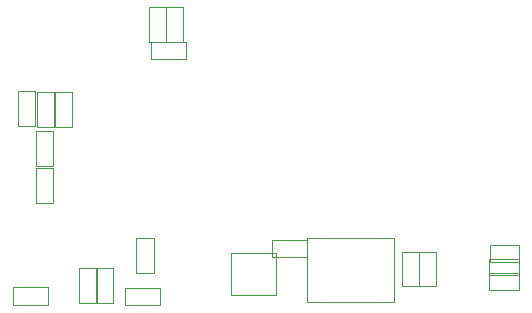
<source format=gbr>
G04 #@! TF.GenerationSoftware,KiCad,Pcbnew,(5.0.1)-3*
G04 #@! TF.CreationDate,2019-11-22T16:36:39-05:00*
G04 #@! TF.ProjectId,SmartWatch,536D61727457617463682E6B69636164,rev?*
G04 #@! TF.SameCoordinates,Original*
G04 #@! TF.FileFunction,Other,User*
%FSLAX46Y46*%
G04 Gerber Fmt 4.6, Leading zero omitted, Abs format (unit mm)*
G04 Created by KiCad (PCBNEW (5.0.1)-3) date 11/22/2019 4:36:39 PM*
%MOMM*%
%LPD*%
G01*
G04 APERTURE LIST*
%ADD10C,0.050000*%
G04 APERTURE END LIST*
D10*
G04 #@! TO.C,C10*
X197186800Y-87636800D02*
X197186800Y-84676800D01*
X198646800Y-87636800D02*
X197186800Y-87636800D01*
X198646800Y-84676800D02*
X198646800Y-87636800D01*
X197186800Y-84676800D02*
X198646800Y-84676800D01*
G04 #@! TO.C,C2*
X221506800Y-108312400D02*
X220046800Y-108312400D01*
X220046800Y-108312400D02*
X220046800Y-105352400D01*
X220046800Y-105352400D02*
X221506800Y-105352400D01*
X221506800Y-105352400D02*
X221506800Y-108312400D01*
G04 #@! TO.C,C3*
X220084400Y-105352400D02*
X220084400Y-108312400D01*
X218624400Y-105352400D02*
X220084400Y-105352400D01*
X218624400Y-108312400D02*
X218624400Y-105352400D01*
X220084400Y-108312400D02*
X218624400Y-108312400D01*
G04 #@! TO.C,C1*
X210522000Y-104375200D02*
X210522000Y-105835200D01*
X210522000Y-105835200D02*
X207562000Y-105835200D01*
X207562000Y-105835200D02*
X207562000Y-104375200D01*
X207562000Y-104375200D02*
X210522000Y-104375200D01*
G04 #@! TO.C,U1*
X217923600Y-109634000D02*
X217923600Y-104234000D01*
X217923600Y-104234000D02*
X210523600Y-104234000D01*
X210523600Y-104234000D02*
X210523600Y-109634000D01*
X210523600Y-109634000D02*
X217923600Y-109634000D01*
G04 #@! TO.C,C9*
X190671200Y-94799600D02*
X189211200Y-94799600D01*
X189211200Y-94799600D02*
X189211200Y-91839600D01*
X189211200Y-91839600D02*
X190671200Y-91839600D01*
X190671200Y-91839600D02*
X190671200Y-94799600D01*
G04 #@! TO.C,C11*
X198609200Y-84676800D02*
X200069200Y-84676800D01*
X200069200Y-84676800D02*
X200069200Y-87636800D01*
X200069200Y-87636800D02*
X198609200Y-87636800D01*
X198609200Y-87636800D02*
X198609200Y-84676800D01*
G04 #@! TO.C,C12*
X187572400Y-91788800D02*
X187572400Y-94748800D01*
X186112400Y-91788800D02*
X187572400Y-91788800D01*
X186112400Y-94748800D02*
X186112400Y-91788800D01*
X187572400Y-94748800D02*
X186112400Y-94748800D01*
G04 #@! TO.C,C13*
X189096400Y-98101600D02*
X187636400Y-98101600D01*
X187636400Y-98101600D02*
X187636400Y-95141600D01*
X187636400Y-95141600D02*
X189096400Y-95141600D01*
X189096400Y-95141600D02*
X189096400Y-98101600D01*
G04 #@! TO.C,D1*
X225978400Y-108599200D02*
X225978400Y-107199200D01*
X228478400Y-108599200D02*
X225978400Y-108599200D01*
X228478400Y-107199200D02*
X228478400Y-108599200D01*
X225978400Y-107199200D02*
X228478400Y-107199200D01*
G04 #@! TO.C,D3*
X225978400Y-105980000D02*
X228478400Y-105980000D01*
X228478400Y-105980000D02*
X228478400Y-107380000D01*
X228478400Y-107380000D02*
X225978400Y-107380000D01*
X225978400Y-107380000D02*
X225978400Y-105980000D01*
G04 #@! TO.C,D4*
X226040400Y-106211600D02*
X226040400Y-104811600D01*
X228540400Y-106211600D02*
X226040400Y-106211600D01*
X228540400Y-104811600D02*
X228540400Y-106211600D01*
X226040400Y-104811600D02*
X228540400Y-104811600D01*
G04 #@! TO.C,L1*
X189096400Y-101251200D02*
X187636400Y-101251200D01*
X187636400Y-101251200D02*
X187636400Y-98291200D01*
X187636400Y-98291200D02*
X189096400Y-98291200D01*
X189096400Y-98291200D02*
X189096400Y-101251200D01*
G04 #@! TO.C,R20*
X189147200Y-91839600D02*
X189147200Y-94799600D01*
X187687200Y-91839600D02*
X189147200Y-91839600D01*
X187687200Y-94799600D02*
X187687200Y-91839600D01*
X189147200Y-94799600D02*
X187687200Y-94799600D01*
G04 #@! TO.C,R22*
X200311200Y-87611200D02*
X200311200Y-89071200D01*
X200311200Y-89071200D02*
X197351200Y-89071200D01*
X197351200Y-89071200D02*
X197351200Y-87611200D01*
X197351200Y-87611200D02*
X200311200Y-87611200D01*
G04 #@! TO.C,R18*
X192754000Y-109709500D02*
X191294000Y-109709500D01*
X191294000Y-109709500D02*
X191294000Y-106749500D01*
X191294000Y-106749500D02*
X192754000Y-106749500D01*
X192754000Y-106749500D02*
X192754000Y-109709500D01*
G04 #@! TO.C,C8*
X196120000Y-104184000D02*
X197580000Y-104184000D01*
X197580000Y-104184000D02*
X197580000Y-107144000D01*
X197580000Y-107144000D02*
X196120000Y-107144000D01*
X196120000Y-107144000D02*
X196120000Y-104184000D01*
G04 #@! TO.C,U4*
X207944800Y-109038800D02*
X204144800Y-109038800D01*
X204144800Y-109038800D02*
X204144800Y-105438800D01*
X204144800Y-105438800D02*
X207944800Y-105438800D01*
X207944800Y-105438800D02*
X207944800Y-109038800D01*
G04 #@! TO.C,R3*
X198076000Y-109899200D02*
X195116000Y-109899200D01*
X198076000Y-108439200D02*
X198076000Y-109899200D01*
X195116000Y-108439200D02*
X198076000Y-108439200D01*
X195116000Y-109899200D02*
X195116000Y-108439200D01*
G04 #@! TO.C,R8*
X185667200Y-108388400D02*
X188627200Y-108388400D01*
X185667200Y-109848400D02*
X185667200Y-108388400D01*
X188627200Y-109848400D02*
X185667200Y-109848400D01*
X188627200Y-108388400D02*
X188627200Y-109848400D01*
G04 #@! TO.C,R4*
X192716400Y-109684000D02*
X192716400Y-106724000D01*
X194176400Y-109684000D02*
X192716400Y-109684000D01*
X194176400Y-106724000D02*
X194176400Y-109684000D01*
X192716400Y-106724000D02*
X194176400Y-106724000D01*
G04 #@! TD*
M02*

</source>
